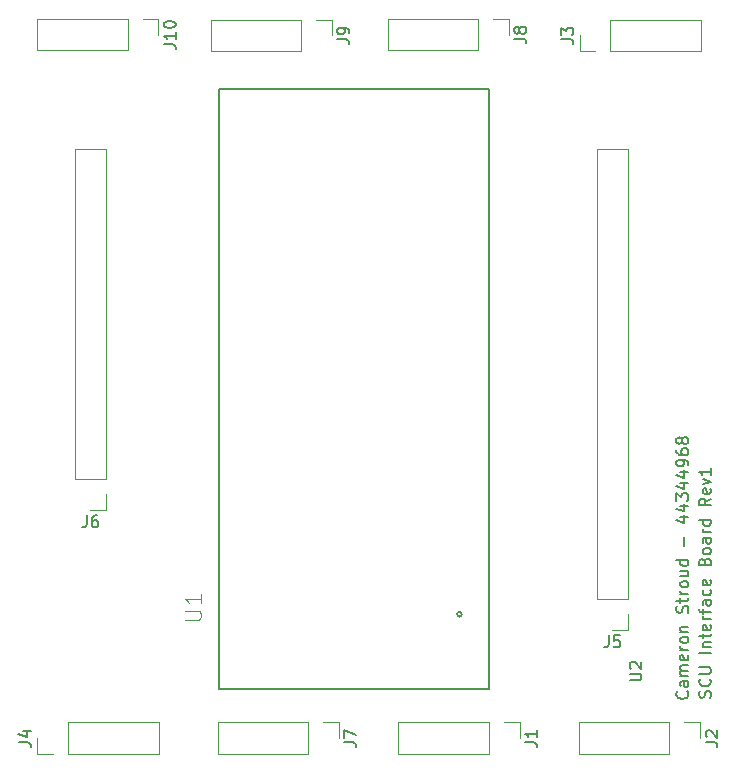
<source format=gbr>
G04 #@! TF.GenerationSoftware,KiCad,Pcbnew,5.1.5-52549c5~86~ubuntu18.04.1*
G04 #@! TF.CreationDate,2020-04-24T02:07:20+10:00*
G04 #@! TF.ProjectId,prac2,70726163-322e-46b6-9963-61645f706362,rev?*
G04 #@! TF.SameCoordinates,Original*
G04 #@! TF.FileFunction,Legend,Top*
G04 #@! TF.FilePolarity,Positive*
%FSLAX46Y46*%
G04 Gerber Fmt 4.6, Leading zero omitted, Abs format (unit mm)*
G04 Created by KiCad (PCBNEW 5.1.5-52549c5~86~ubuntu18.04.1) date 2020-04-24 02:07:20*
%MOMM*%
%LPD*%
G04 APERTURE LIST*
%ADD10C,0.150000*%
%ADD11C,0.120000*%
%ADD12C,0.203200*%
%ADD13C,0.127000*%
%ADD14C,0.015000*%
G04 APERTURE END LIST*
D10*
X96242142Y-112687380D02*
X96289761Y-112735000D01*
X96337380Y-112877857D01*
X96337380Y-112973095D01*
X96289761Y-113115952D01*
X96194523Y-113211190D01*
X96099285Y-113258809D01*
X95908809Y-113306428D01*
X95765952Y-113306428D01*
X95575476Y-113258809D01*
X95480238Y-113211190D01*
X95385000Y-113115952D01*
X95337380Y-112973095D01*
X95337380Y-112877857D01*
X95385000Y-112735000D01*
X95432619Y-112687380D01*
X96337380Y-111830238D02*
X95813571Y-111830238D01*
X95718333Y-111877857D01*
X95670714Y-111973095D01*
X95670714Y-112163571D01*
X95718333Y-112258809D01*
X96289761Y-111830238D02*
X96337380Y-111925476D01*
X96337380Y-112163571D01*
X96289761Y-112258809D01*
X96194523Y-112306428D01*
X96099285Y-112306428D01*
X96004047Y-112258809D01*
X95956428Y-112163571D01*
X95956428Y-111925476D01*
X95908809Y-111830238D01*
X96337380Y-111354047D02*
X95670714Y-111354047D01*
X95765952Y-111354047D02*
X95718333Y-111306428D01*
X95670714Y-111211190D01*
X95670714Y-111068333D01*
X95718333Y-110973095D01*
X95813571Y-110925476D01*
X96337380Y-110925476D01*
X95813571Y-110925476D02*
X95718333Y-110877857D01*
X95670714Y-110782619D01*
X95670714Y-110639761D01*
X95718333Y-110544523D01*
X95813571Y-110496904D01*
X96337380Y-110496904D01*
X96289761Y-109639761D02*
X96337380Y-109735000D01*
X96337380Y-109925476D01*
X96289761Y-110020714D01*
X96194523Y-110068333D01*
X95813571Y-110068333D01*
X95718333Y-110020714D01*
X95670714Y-109925476D01*
X95670714Y-109735000D01*
X95718333Y-109639761D01*
X95813571Y-109592142D01*
X95908809Y-109592142D01*
X96004047Y-110068333D01*
X96337380Y-109163571D02*
X95670714Y-109163571D01*
X95861190Y-109163571D02*
X95765952Y-109115952D01*
X95718333Y-109068333D01*
X95670714Y-108973095D01*
X95670714Y-108877857D01*
X96337380Y-108401666D02*
X96289761Y-108496904D01*
X96242142Y-108544523D01*
X96146904Y-108592142D01*
X95861190Y-108592142D01*
X95765952Y-108544523D01*
X95718333Y-108496904D01*
X95670714Y-108401666D01*
X95670714Y-108258809D01*
X95718333Y-108163571D01*
X95765952Y-108115952D01*
X95861190Y-108068333D01*
X96146904Y-108068333D01*
X96242142Y-108115952D01*
X96289761Y-108163571D01*
X96337380Y-108258809D01*
X96337380Y-108401666D01*
X95670714Y-107639761D02*
X96337380Y-107639761D01*
X95765952Y-107639761D02*
X95718333Y-107592142D01*
X95670714Y-107496904D01*
X95670714Y-107354047D01*
X95718333Y-107258809D01*
X95813571Y-107211190D01*
X96337380Y-107211190D01*
X96289761Y-106020714D02*
X96337380Y-105877857D01*
X96337380Y-105639761D01*
X96289761Y-105544523D01*
X96242142Y-105496904D01*
X96146904Y-105449285D01*
X96051666Y-105449285D01*
X95956428Y-105496904D01*
X95908809Y-105544523D01*
X95861190Y-105639761D01*
X95813571Y-105830238D01*
X95765952Y-105925476D01*
X95718333Y-105973095D01*
X95623095Y-106020714D01*
X95527857Y-106020714D01*
X95432619Y-105973095D01*
X95385000Y-105925476D01*
X95337380Y-105830238D01*
X95337380Y-105592142D01*
X95385000Y-105449285D01*
X95670714Y-105163571D02*
X95670714Y-104782619D01*
X95337380Y-105020714D02*
X96194523Y-105020714D01*
X96289761Y-104973095D01*
X96337380Y-104877857D01*
X96337380Y-104782619D01*
X96337380Y-104449285D02*
X95670714Y-104449285D01*
X95861190Y-104449285D02*
X95765952Y-104401666D01*
X95718333Y-104354047D01*
X95670714Y-104258809D01*
X95670714Y-104163571D01*
X96337380Y-103687380D02*
X96289761Y-103782619D01*
X96242142Y-103830238D01*
X96146904Y-103877857D01*
X95861190Y-103877857D01*
X95765952Y-103830238D01*
X95718333Y-103782619D01*
X95670714Y-103687380D01*
X95670714Y-103544523D01*
X95718333Y-103449285D01*
X95765952Y-103401666D01*
X95861190Y-103354047D01*
X96146904Y-103354047D01*
X96242142Y-103401666D01*
X96289761Y-103449285D01*
X96337380Y-103544523D01*
X96337380Y-103687380D01*
X95670714Y-102496904D02*
X96337380Y-102496904D01*
X95670714Y-102925476D02*
X96194523Y-102925476D01*
X96289761Y-102877857D01*
X96337380Y-102782619D01*
X96337380Y-102639761D01*
X96289761Y-102544523D01*
X96242142Y-102496904D01*
X96337380Y-101592142D02*
X95337380Y-101592142D01*
X96289761Y-101592142D02*
X96337380Y-101687380D01*
X96337380Y-101877857D01*
X96289761Y-101973095D01*
X96242142Y-102020714D01*
X96146904Y-102068333D01*
X95861190Y-102068333D01*
X95765952Y-102020714D01*
X95718333Y-101973095D01*
X95670714Y-101877857D01*
X95670714Y-101687380D01*
X95718333Y-101592142D01*
X95956428Y-100354047D02*
X95956428Y-99592142D01*
X95670714Y-97925476D02*
X96337380Y-97925476D01*
X95289761Y-98163571D02*
X96004047Y-98401666D01*
X96004047Y-97782619D01*
X95670714Y-96973095D02*
X96337380Y-96973095D01*
X95289761Y-97211190D02*
X96004047Y-97449285D01*
X96004047Y-96830238D01*
X95337380Y-96544523D02*
X95337380Y-95925476D01*
X95718333Y-96258809D01*
X95718333Y-96115952D01*
X95765952Y-96020714D01*
X95813571Y-95973095D01*
X95908809Y-95925476D01*
X96146904Y-95925476D01*
X96242142Y-95973095D01*
X96289761Y-96020714D01*
X96337380Y-96115952D01*
X96337380Y-96401666D01*
X96289761Y-96496904D01*
X96242142Y-96544523D01*
X95670714Y-95068333D02*
X96337380Y-95068333D01*
X95289761Y-95306428D02*
X96004047Y-95544523D01*
X96004047Y-94925476D01*
X95670714Y-94115952D02*
X96337380Y-94115952D01*
X95289761Y-94354047D02*
X96004047Y-94592142D01*
X96004047Y-93973095D01*
X96337380Y-93544523D02*
X96337380Y-93354047D01*
X96289761Y-93258809D01*
X96242142Y-93211190D01*
X96099285Y-93115952D01*
X95908809Y-93068333D01*
X95527857Y-93068333D01*
X95432619Y-93115952D01*
X95385000Y-93163571D01*
X95337380Y-93258809D01*
X95337380Y-93449285D01*
X95385000Y-93544523D01*
X95432619Y-93592142D01*
X95527857Y-93639761D01*
X95765952Y-93639761D01*
X95861190Y-93592142D01*
X95908809Y-93544523D01*
X95956428Y-93449285D01*
X95956428Y-93258809D01*
X95908809Y-93163571D01*
X95861190Y-93115952D01*
X95765952Y-93068333D01*
X95337380Y-92211190D02*
X95337380Y-92401666D01*
X95385000Y-92496904D01*
X95432619Y-92544523D01*
X95575476Y-92639761D01*
X95765952Y-92687380D01*
X96146904Y-92687380D01*
X96242142Y-92639761D01*
X96289761Y-92592142D01*
X96337380Y-92496904D01*
X96337380Y-92306428D01*
X96289761Y-92211190D01*
X96242142Y-92163571D01*
X96146904Y-92115952D01*
X95908809Y-92115952D01*
X95813571Y-92163571D01*
X95765952Y-92211190D01*
X95718333Y-92306428D01*
X95718333Y-92496904D01*
X95765952Y-92592142D01*
X95813571Y-92639761D01*
X95908809Y-92687380D01*
X95765952Y-91544523D02*
X95718333Y-91639761D01*
X95670714Y-91687380D01*
X95575476Y-91735000D01*
X95527857Y-91735000D01*
X95432619Y-91687380D01*
X95385000Y-91639761D01*
X95337380Y-91544523D01*
X95337380Y-91354047D01*
X95385000Y-91258809D01*
X95432619Y-91211190D01*
X95527857Y-91163571D01*
X95575476Y-91163571D01*
X95670714Y-91211190D01*
X95718333Y-91258809D01*
X95765952Y-91354047D01*
X95765952Y-91544523D01*
X95813571Y-91639761D01*
X95861190Y-91687380D01*
X95956428Y-91735000D01*
X96146904Y-91735000D01*
X96242142Y-91687380D01*
X96289761Y-91639761D01*
X96337380Y-91544523D01*
X96337380Y-91354047D01*
X96289761Y-91258809D01*
X96242142Y-91211190D01*
X96146904Y-91163571D01*
X95956428Y-91163571D01*
X95861190Y-91211190D01*
X95813571Y-91258809D01*
X95765952Y-91354047D01*
X98194761Y-113219285D02*
X98242380Y-113076428D01*
X98242380Y-112838333D01*
X98194761Y-112743095D01*
X98147142Y-112695476D01*
X98051904Y-112647857D01*
X97956666Y-112647857D01*
X97861428Y-112695476D01*
X97813809Y-112743095D01*
X97766190Y-112838333D01*
X97718571Y-113028809D01*
X97670952Y-113124047D01*
X97623333Y-113171666D01*
X97528095Y-113219285D01*
X97432857Y-113219285D01*
X97337619Y-113171666D01*
X97290000Y-113124047D01*
X97242380Y-113028809D01*
X97242380Y-112790714D01*
X97290000Y-112647857D01*
X98147142Y-111647857D02*
X98194761Y-111695476D01*
X98242380Y-111838333D01*
X98242380Y-111933571D01*
X98194761Y-112076428D01*
X98099523Y-112171666D01*
X98004285Y-112219285D01*
X97813809Y-112266904D01*
X97670952Y-112266904D01*
X97480476Y-112219285D01*
X97385238Y-112171666D01*
X97290000Y-112076428D01*
X97242380Y-111933571D01*
X97242380Y-111838333D01*
X97290000Y-111695476D01*
X97337619Y-111647857D01*
X97242380Y-111219285D02*
X98051904Y-111219285D01*
X98147142Y-111171666D01*
X98194761Y-111124047D01*
X98242380Y-111028809D01*
X98242380Y-110838333D01*
X98194761Y-110743095D01*
X98147142Y-110695476D01*
X98051904Y-110647857D01*
X97242380Y-110647857D01*
X98242380Y-109409761D02*
X97242380Y-109409761D01*
X97575714Y-108933571D02*
X98242380Y-108933571D01*
X97670952Y-108933571D02*
X97623333Y-108885952D01*
X97575714Y-108790714D01*
X97575714Y-108647857D01*
X97623333Y-108552619D01*
X97718571Y-108505000D01*
X98242380Y-108505000D01*
X97575714Y-108171666D02*
X97575714Y-107790714D01*
X97242380Y-108028809D02*
X98099523Y-108028809D01*
X98194761Y-107981190D01*
X98242380Y-107885952D01*
X98242380Y-107790714D01*
X98194761Y-107076428D02*
X98242380Y-107171666D01*
X98242380Y-107362142D01*
X98194761Y-107457380D01*
X98099523Y-107505000D01*
X97718571Y-107505000D01*
X97623333Y-107457380D01*
X97575714Y-107362142D01*
X97575714Y-107171666D01*
X97623333Y-107076428D01*
X97718571Y-107028809D01*
X97813809Y-107028809D01*
X97909047Y-107505000D01*
X98242380Y-106600238D02*
X97575714Y-106600238D01*
X97766190Y-106600238D02*
X97670952Y-106552619D01*
X97623333Y-106505000D01*
X97575714Y-106409761D01*
X97575714Y-106314523D01*
X97575714Y-106124047D02*
X97575714Y-105743095D01*
X98242380Y-105981190D02*
X97385238Y-105981190D01*
X97290000Y-105933571D01*
X97242380Y-105838333D01*
X97242380Y-105743095D01*
X98242380Y-104981190D02*
X97718571Y-104981190D01*
X97623333Y-105028809D01*
X97575714Y-105124047D01*
X97575714Y-105314523D01*
X97623333Y-105409761D01*
X98194761Y-104981190D02*
X98242380Y-105076428D01*
X98242380Y-105314523D01*
X98194761Y-105409761D01*
X98099523Y-105457380D01*
X98004285Y-105457380D01*
X97909047Y-105409761D01*
X97861428Y-105314523D01*
X97861428Y-105076428D01*
X97813809Y-104981190D01*
X98194761Y-104076428D02*
X98242380Y-104171666D01*
X98242380Y-104362142D01*
X98194761Y-104457380D01*
X98147142Y-104505000D01*
X98051904Y-104552619D01*
X97766190Y-104552619D01*
X97670952Y-104505000D01*
X97623333Y-104457380D01*
X97575714Y-104362142D01*
X97575714Y-104171666D01*
X97623333Y-104076428D01*
X98194761Y-103266904D02*
X98242380Y-103362142D01*
X98242380Y-103552619D01*
X98194761Y-103647857D01*
X98099523Y-103695476D01*
X97718571Y-103695476D01*
X97623333Y-103647857D01*
X97575714Y-103552619D01*
X97575714Y-103362142D01*
X97623333Y-103266904D01*
X97718571Y-103219285D01*
X97813809Y-103219285D01*
X97909047Y-103695476D01*
X97718571Y-101695476D02*
X97766190Y-101552619D01*
X97813809Y-101505000D01*
X97909047Y-101457380D01*
X98051904Y-101457380D01*
X98147142Y-101505000D01*
X98194761Y-101552619D01*
X98242380Y-101647857D01*
X98242380Y-102028809D01*
X97242380Y-102028809D01*
X97242380Y-101695476D01*
X97290000Y-101600238D01*
X97337619Y-101552619D01*
X97432857Y-101505000D01*
X97528095Y-101505000D01*
X97623333Y-101552619D01*
X97670952Y-101600238D01*
X97718571Y-101695476D01*
X97718571Y-102028809D01*
X98242380Y-100885952D02*
X98194761Y-100981190D01*
X98147142Y-101028809D01*
X98051904Y-101076428D01*
X97766190Y-101076428D01*
X97670952Y-101028809D01*
X97623333Y-100981190D01*
X97575714Y-100885952D01*
X97575714Y-100743095D01*
X97623333Y-100647857D01*
X97670952Y-100600238D01*
X97766190Y-100552619D01*
X98051904Y-100552619D01*
X98147142Y-100600238D01*
X98194761Y-100647857D01*
X98242380Y-100743095D01*
X98242380Y-100885952D01*
X98242380Y-99695476D02*
X97718571Y-99695476D01*
X97623333Y-99743095D01*
X97575714Y-99838333D01*
X97575714Y-100028809D01*
X97623333Y-100124047D01*
X98194761Y-99695476D02*
X98242380Y-99790714D01*
X98242380Y-100028809D01*
X98194761Y-100124047D01*
X98099523Y-100171666D01*
X98004285Y-100171666D01*
X97909047Y-100124047D01*
X97861428Y-100028809D01*
X97861428Y-99790714D01*
X97813809Y-99695476D01*
X98242380Y-99219285D02*
X97575714Y-99219285D01*
X97766190Y-99219285D02*
X97670952Y-99171666D01*
X97623333Y-99124047D01*
X97575714Y-99028809D01*
X97575714Y-98933571D01*
X98242380Y-98171666D02*
X97242380Y-98171666D01*
X98194761Y-98171666D02*
X98242380Y-98266904D01*
X98242380Y-98457380D01*
X98194761Y-98552619D01*
X98147142Y-98600238D01*
X98051904Y-98647857D01*
X97766190Y-98647857D01*
X97670952Y-98600238D01*
X97623333Y-98552619D01*
X97575714Y-98457380D01*
X97575714Y-98266904D01*
X97623333Y-98171666D01*
X98242380Y-96362142D02*
X97766190Y-96695476D01*
X98242380Y-96933571D02*
X97242380Y-96933571D01*
X97242380Y-96552619D01*
X97290000Y-96457380D01*
X97337619Y-96409761D01*
X97432857Y-96362142D01*
X97575714Y-96362142D01*
X97670952Y-96409761D01*
X97718571Y-96457380D01*
X97766190Y-96552619D01*
X97766190Y-96933571D01*
X98194761Y-95552619D02*
X98242380Y-95647857D01*
X98242380Y-95838333D01*
X98194761Y-95933571D01*
X98099523Y-95981190D01*
X97718571Y-95981190D01*
X97623333Y-95933571D01*
X97575714Y-95838333D01*
X97575714Y-95647857D01*
X97623333Y-95552619D01*
X97718571Y-95505000D01*
X97813809Y-95505000D01*
X97909047Y-95981190D01*
X97575714Y-95171666D02*
X98242380Y-94933571D01*
X97575714Y-94695476D01*
X98242380Y-93790714D02*
X98242380Y-94362142D01*
X98242380Y-94076428D02*
X97242380Y-94076428D01*
X97385238Y-94171666D01*
X97480476Y-94266904D01*
X97528095Y-94362142D01*
D11*
X81149500Y-55756500D02*
X81149500Y-57086500D01*
X79819500Y-55756500D02*
X81149500Y-55756500D01*
X78549500Y-55756500D02*
X78549500Y-58416500D01*
X78549500Y-58416500D02*
X70869500Y-58416500D01*
X78549500Y-55756500D02*
X70869500Y-55756500D01*
X70869500Y-55756500D02*
X70869500Y-58416500D01*
D12*
X77162000Y-106172000D02*
G75*
G03X77162000Y-106172000I-200000J0D01*
G01*
D13*
X79502000Y-112522000D02*
X56642000Y-112522000D01*
X79502000Y-61722000D02*
X79502000Y-112522000D01*
X56642000Y-61722000D02*
X79502000Y-61722000D01*
X56642000Y-112522000D02*
X56642000Y-61722000D01*
D11*
X51475000Y-55756500D02*
X51475000Y-57086500D01*
X50145000Y-55756500D02*
X51475000Y-55756500D01*
X48875000Y-55756500D02*
X48875000Y-58416500D01*
X48875000Y-58416500D02*
X41195000Y-58416500D01*
X48875000Y-55756500D02*
X41195000Y-55756500D01*
X41195000Y-55756500D02*
X41195000Y-58416500D01*
X66163500Y-55820000D02*
X66163500Y-57150000D01*
X64833500Y-55820000D02*
X66163500Y-55820000D01*
X63563500Y-55820000D02*
X63563500Y-58480000D01*
X63563500Y-58480000D02*
X55883500Y-58480000D01*
X63563500Y-55820000D02*
X55883500Y-55820000D01*
X55883500Y-55820000D02*
X55883500Y-58480000D01*
X66764000Y-115319500D02*
X66764000Y-116649500D01*
X65434000Y-115319500D02*
X66764000Y-115319500D01*
X64164000Y-115319500D02*
X64164000Y-117979500D01*
X64164000Y-117979500D02*
X56484000Y-117979500D01*
X64164000Y-115319500D02*
X56484000Y-115319500D01*
X56484000Y-115319500D02*
X56484000Y-117979500D01*
X47050000Y-97342000D02*
X45720000Y-97342000D01*
X47050000Y-96012000D02*
X47050000Y-97342000D01*
X47050000Y-94742000D02*
X44390000Y-94742000D01*
X44390000Y-94742000D02*
X44390000Y-66742000D01*
X47050000Y-94742000D02*
X47050000Y-66742000D01*
X47050000Y-66742000D02*
X44390000Y-66742000D01*
X91246000Y-107502000D02*
X89916000Y-107502000D01*
X91246000Y-106172000D02*
X91246000Y-107502000D01*
X91246000Y-104902000D02*
X88586000Y-104902000D01*
X88586000Y-104902000D02*
X88586000Y-66742000D01*
X91246000Y-104902000D02*
X91246000Y-66742000D01*
X91246000Y-66742000D02*
X88586000Y-66742000D01*
X41215000Y-117979500D02*
X41215000Y-116649500D01*
X42545000Y-117979500D02*
X41215000Y-117979500D01*
X43815000Y-117979500D02*
X43815000Y-115319500D01*
X43815000Y-115319500D02*
X51495000Y-115319500D01*
X43815000Y-117979500D02*
X51495000Y-117979500D01*
X51495000Y-117979500D02*
X51495000Y-115319500D01*
X87145500Y-58480000D02*
X87145500Y-57150000D01*
X88475500Y-58480000D02*
X87145500Y-58480000D01*
X89745500Y-58480000D02*
X89745500Y-55820000D01*
X89745500Y-55820000D02*
X97425500Y-55820000D01*
X89745500Y-58480000D02*
X97425500Y-58480000D01*
X97425500Y-58480000D02*
X97425500Y-55820000D01*
X97342000Y-115319500D02*
X97342000Y-116649500D01*
X96012000Y-115319500D02*
X97342000Y-115319500D01*
X94742000Y-115319500D02*
X94742000Y-117979500D01*
X94742000Y-117979500D02*
X87062000Y-117979500D01*
X94742000Y-115319500D02*
X87062000Y-115319500D01*
X87062000Y-115319500D02*
X87062000Y-117979500D01*
X82053000Y-115319500D02*
X82053000Y-116649500D01*
X80723000Y-115319500D02*
X82053000Y-115319500D01*
X79453000Y-115319500D02*
X79453000Y-117979500D01*
X79453000Y-117979500D02*
X71773000Y-117979500D01*
X79453000Y-115319500D02*
X71773000Y-115319500D01*
X71773000Y-115319500D02*
X71773000Y-117979500D01*
D10*
X81601880Y-57419833D02*
X82316166Y-57419833D01*
X82459023Y-57467452D01*
X82554261Y-57562690D01*
X82601880Y-57705547D01*
X82601880Y-57800785D01*
X82030452Y-56800785D02*
X81982833Y-56896023D01*
X81935214Y-56943642D01*
X81839976Y-56991261D01*
X81792357Y-56991261D01*
X81697119Y-56943642D01*
X81649500Y-56896023D01*
X81601880Y-56800785D01*
X81601880Y-56610309D01*
X81649500Y-56515071D01*
X81697119Y-56467452D01*
X81792357Y-56419833D01*
X81839976Y-56419833D01*
X81935214Y-56467452D01*
X81982833Y-56515071D01*
X82030452Y-56610309D01*
X82030452Y-56800785D01*
X82078071Y-56896023D01*
X82125690Y-56943642D01*
X82220928Y-56991261D01*
X82411404Y-56991261D01*
X82506642Y-56943642D01*
X82554261Y-56896023D01*
X82601880Y-56800785D01*
X82601880Y-56610309D01*
X82554261Y-56515071D01*
X82506642Y-56467452D01*
X82411404Y-56419833D01*
X82220928Y-56419833D01*
X82125690Y-56467452D01*
X82078071Y-56515071D01*
X82030452Y-56610309D01*
X91368380Y-111759904D02*
X92177904Y-111759904D01*
X92273142Y-111712285D01*
X92320761Y-111664666D01*
X92368380Y-111569428D01*
X92368380Y-111378952D01*
X92320761Y-111283714D01*
X92273142Y-111236095D01*
X92177904Y-111188476D01*
X91368380Y-111188476D01*
X91463619Y-110759904D02*
X91416000Y-110712285D01*
X91368380Y-110617047D01*
X91368380Y-110378952D01*
X91416000Y-110283714D01*
X91463619Y-110236095D01*
X91558857Y-110188476D01*
X91654095Y-110188476D01*
X91796952Y-110236095D01*
X92368380Y-110807523D01*
X92368380Y-110188476D01*
D14*
X53686150Y-106644660D02*
X54821867Y-106644660D01*
X54955481Y-106577853D01*
X55022288Y-106511046D01*
X55089095Y-106377432D01*
X55089095Y-106110205D01*
X55022288Y-105976591D01*
X54955481Y-105909784D01*
X54821867Y-105842977D01*
X53686150Y-105842977D01*
X55089095Y-104440032D02*
X55089095Y-105241715D01*
X55089095Y-104840874D02*
X53686150Y-104840874D01*
X53886571Y-104974487D01*
X54020185Y-105108101D01*
X54086992Y-105241715D01*
D10*
X51927380Y-57896023D02*
X52641666Y-57896023D01*
X52784523Y-57943642D01*
X52879761Y-58038880D01*
X52927380Y-58181738D01*
X52927380Y-58276976D01*
X52927380Y-56896023D02*
X52927380Y-57467452D01*
X52927380Y-57181738D02*
X51927380Y-57181738D01*
X52070238Y-57276976D01*
X52165476Y-57372214D01*
X52213095Y-57467452D01*
X51927380Y-56276976D02*
X51927380Y-56181738D01*
X51975000Y-56086500D01*
X52022619Y-56038880D01*
X52117857Y-55991261D01*
X52308333Y-55943642D01*
X52546428Y-55943642D01*
X52736904Y-55991261D01*
X52832142Y-56038880D01*
X52879761Y-56086500D01*
X52927380Y-56181738D01*
X52927380Y-56276976D01*
X52879761Y-56372214D01*
X52832142Y-56419833D01*
X52736904Y-56467452D01*
X52546428Y-56515071D01*
X52308333Y-56515071D01*
X52117857Y-56467452D01*
X52022619Y-56419833D01*
X51975000Y-56372214D01*
X51927380Y-56276976D01*
X66615880Y-57483333D02*
X67330166Y-57483333D01*
X67473023Y-57530952D01*
X67568261Y-57626190D01*
X67615880Y-57769047D01*
X67615880Y-57864285D01*
X67615880Y-56959523D02*
X67615880Y-56769047D01*
X67568261Y-56673809D01*
X67520642Y-56626190D01*
X67377785Y-56530952D01*
X67187309Y-56483333D01*
X66806357Y-56483333D01*
X66711119Y-56530952D01*
X66663500Y-56578571D01*
X66615880Y-56673809D01*
X66615880Y-56864285D01*
X66663500Y-56959523D01*
X66711119Y-57007142D01*
X66806357Y-57054761D01*
X67044452Y-57054761D01*
X67139690Y-57007142D01*
X67187309Y-56959523D01*
X67234928Y-56864285D01*
X67234928Y-56673809D01*
X67187309Y-56578571D01*
X67139690Y-56530952D01*
X67044452Y-56483333D01*
X67216380Y-116982833D02*
X67930666Y-116982833D01*
X68073523Y-117030452D01*
X68168761Y-117125690D01*
X68216380Y-117268547D01*
X68216380Y-117363785D01*
X67216380Y-116601880D02*
X67216380Y-115935214D01*
X68216380Y-116363785D01*
X45386666Y-97794380D02*
X45386666Y-98508666D01*
X45339047Y-98651523D01*
X45243809Y-98746761D01*
X45100952Y-98794380D01*
X45005714Y-98794380D01*
X46291428Y-97794380D02*
X46100952Y-97794380D01*
X46005714Y-97842000D01*
X45958095Y-97889619D01*
X45862857Y-98032476D01*
X45815238Y-98222952D01*
X45815238Y-98603904D01*
X45862857Y-98699142D01*
X45910476Y-98746761D01*
X46005714Y-98794380D01*
X46196190Y-98794380D01*
X46291428Y-98746761D01*
X46339047Y-98699142D01*
X46386666Y-98603904D01*
X46386666Y-98365809D01*
X46339047Y-98270571D01*
X46291428Y-98222952D01*
X46196190Y-98175333D01*
X46005714Y-98175333D01*
X45910476Y-98222952D01*
X45862857Y-98270571D01*
X45815238Y-98365809D01*
X89582666Y-107954380D02*
X89582666Y-108668666D01*
X89535047Y-108811523D01*
X89439809Y-108906761D01*
X89296952Y-108954380D01*
X89201714Y-108954380D01*
X90535047Y-107954380D02*
X90058857Y-107954380D01*
X90011238Y-108430571D01*
X90058857Y-108382952D01*
X90154095Y-108335333D01*
X90392190Y-108335333D01*
X90487428Y-108382952D01*
X90535047Y-108430571D01*
X90582666Y-108525809D01*
X90582666Y-108763904D01*
X90535047Y-108859142D01*
X90487428Y-108906761D01*
X90392190Y-108954380D01*
X90154095Y-108954380D01*
X90058857Y-108906761D01*
X90011238Y-108859142D01*
X39667380Y-116982833D02*
X40381666Y-116982833D01*
X40524523Y-117030452D01*
X40619761Y-117125690D01*
X40667380Y-117268547D01*
X40667380Y-117363785D01*
X40000714Y-116078071D02*
X40667380Y-116078071D01*
X39619761Y-116316166D02*
X40334047Y-116554261D01*
X40334047Y-115935214D01*
X85597880Y-57483333D02*
X86312166Y-57483333D01*
X86455023Y-57530952D01*
X86550261Y-57626190D01*
X86597880Y-57769047D01*
X86597880Y-57864285D01*
X85597880Y-57102380D02*
X85597880Y-56483333D01*
X85978833Y-56816666D01*
X85978833Y-56673809D01*
X86026452Y-56578571D01*
X86074071Y-56530952D01*
X86169309Y-56483333D01*
X86407404Y-56483333D01*
X86502642Y-56530952D01*
X86550261Y-56578571D01*
X86597880Y-56673809D01*
X86597880Y-56959523D01*
X86550261Y-57054761D01*
X86502642Y-57102380D01*
X97794380Y-116982833D02*
X98508666Y-116982833D01*
X98651523Y-117030452D01*
X98746761Y-117125690D01*
X98794380Y-117268547D01*
X98794380Y-117363785D01*
X97889619Y-116554261D02*
X97842000Y-116506642D01*
X97794380Y-116411404D01*
X97794380Y-116173309D01*
X97842000Y-116078071D01*
X97889619Y-116030452D01*
X97984857Y-115982833D01*
X98080095Y-115982833D01*
X98222952Y-116030452D01*
X98794380Y-116601880D01*
X98794380Y-115982833D01*
X82505380Y-116982833D02*
X83219666Y-116982833D01*
X83362523Y-117030452D01*
X83457761Y-117125690D01*
X83505380Y-117268547D01*
X83505380Y-117363785D01*
X83505380Y-115982833D02*
X83505380Y-116554261D01*
X83505380Y-116268547D02*
X82505380Y-116268547D01*
X82648238Y-116363785D01*
X82743476Y-116459023D01*
X82791095Y-116554261D01*
M02*

</source>
